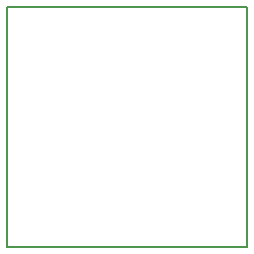
<source format=gbr>
G04 #@! TF.FileFunction,Profile,NP*
%FSLAX46Y46*%
G04 Gerber Fmt 4.6, Leading zero omitted, Abs format (unit mm)*
G04 Created by KiCad (PCBNEW 4.0.2+e4-6225~38~ubuntu14.04.1-stable) date Thu 30 Jun 2016 19:20:53 SAST*
%MOMM*%
G01*
G04 APERTURE LIST*
%ADD10C,0.050000*%
%ADD11C,0.150000*%
G04 APERTURE END LIST*
D10*
D11*
X157480000Y-109220000D02*
X137160000Y-109220000D01*
X137160000Y-88900000D02*
X157480000Y-88900000D01*
X137160000Y-109220000D02*
X137160000Y-88900000D01*
X157480000Y-88900000D02*
X157480000Y-109220000D01*
M02*

</source>
